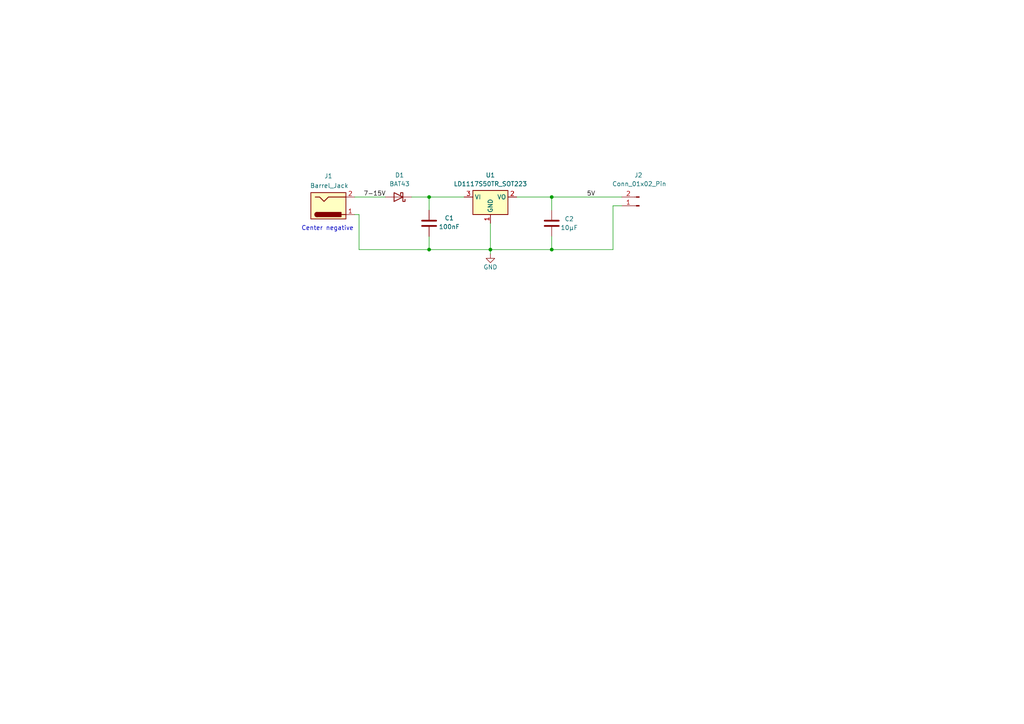
<source format=kicad_sch>
(kicad_sch (version 20231120) (generator "eeschema") (generator_version "8.0")
  (paper "A4")
  (lib_symbols
    (symbol "Connector:Barrel_Jack" (pin_names (offset 1.016))
      (property "Reference" "J" (at 0 5.334 0))
      (property "Value" "Barrel_Jack" (at 0 -5.08 0))
      (symbol "Barrel_Jack_0_1"
        (rectangle (start -5.08 3.81) (end 5.08 -3.81) (stroke (width 0.254)) (fill (type background)))
        (arc (start -3.302 3.175) (mid -3.9342 2.54) (end -3.302 1.905) (stroke (width 0.254)))
        (arc (start -3.302 3.175) (mid -3.9342 2.54) (end -3.302 1.905) (stroke (width 0.254)) (fill (type outline)))
        (polyline (pts (xy 5.08 2.54) (xy 3.81 2.54)) (stroke (width 0.254)))
        (polyline (pts (xy -3.81 -2.54) (xy -2.54 -2.54) (xy -1.27 -1.27) (xy 0 -2.54) (xy 2.54 -2.54) (xy 5.08 -2.54)) (stroke (width 0.254)))
        (rectangle (start 3.683 3.175) (end -3.302 1.905) (stroke (width 0.254)) (fill (type outline)))
      )
      (symbol "Barrel_Jack_1_1"
        (pin passive line (at 7.62 2.54 180) (length 2.54) (name "~") (number "1"))
        (pin passive line (at 7.62 -2.54 180) (length 2.54) (name "~") (number "2"))
      )
    )
    (symbol "Connector:Conn_01x02_Pin" (pin_names (offset 1.016) hide)
      (property "Reference" "J" (at 0 2.54 0))
      (property "Value" "Conn_01x02_Pin" (at 0 -5.08 0))
      (symbol "Conn_01x02_Pin_1_1"
        (polyline (pts (xy 1.27 -2.54) (xy 0.8636 -2.54)) (stroke (width 0.1524)))
        (polyline (pts (xy 1.27 0) (xy 0.8636 0)) (stroke (width 0.1524)))
        (rectangle (start 0.8636 -2.413) (end 0 -2.667) (stroke (width 0.1524)) (fill (type outline)))
        (rectangle (start 0.8636 0.127) (end 0 -0.127) (stroke (width 0.1524)) (fill (type outline)))
        (pin passive line (at 5.08 0 180) (length 3.81) (name "Pin_1") (number "1"))
        (pin passive line (at 5.08 -2.54 180) (length 3.81) (name "Pin_2") (number "2"))
      )
    )
    (symbol "Device:C" (pin_numbers hide) (pin_names (offset 0.254))
      (property "Reference" "C" (at 0.635 2.54 0))
      (property "Value" "C" (at 0.635 -2.54 0))
      (symbol "C_0_1"
        (polyline (pts (xy -2.032 -0.762) (xy 2.032 -0.762)) (stroke (width 0.508)))
        (polyline (pts (xy -2.032 0.762) (xy 2.032 0.762)) (stroke (width 0.508)))
      )
      (symbol "C_1_1"
        (pin passive line (at 0 3.81 270) (length 2.794) (name "~") (number "1"))
        (pin passive line (at 0 -3.81 90) (length 2.794) (name "~") (number "2"))
      )
    )
    (symbol "Diode:BAT43" (pin_numbers hide) (pin_names (offset 1.016) hide)
      (property "Reference" "D" (at 0 2.54 0))
      (property "Value" "BAT43" (at 0 -2.54 0))
      (symbol "BAT43_0_1"
        (polyline (pts (xy 1.27 0) (xy -1.27 0)))
        (polyline (pts (xy 1.27 1.27) (xy 1.27 -1.27) (xy -1.27 0) (xy 1.27 1.27)) (stroke (width 0.254)))
        (polyline (pts (xy -1.905 0.635) (xy -1.905 1.27) (xy -1.27 1.27) (xy -1.27 -1.27) (xy -0.635 -1.27) (xy -0.635 -0.635)) (stroke (width 0.254)))
      )
      (symbol "BAT43_1_1"
        (pin passive line (at -3.81 0 0) (length 2.54) (name "K") (number "1"))
        (pin passive line (at 3.81 0 180) (length 2.54) (name "A") (number "2"))
      )
    )
    (symbol "Regulator_Linear:LD1117S50TR_SOT223"
      (property "Reference" "U" (at -3.81 3.175 0))
      (property "Value" "LD1117S50TR_SOT223" (at 0 3.175 0))
      (symbol "LD1117S50TR_SOT223_0_1"
        (rectangle (start -5.08 -5.08) (end 5.08 1.905) (stroke (width 0.254)) (fill (type background)))
      )
      (symbol "LD1117S50TR_SOT223_1_1"
        (pin power_in line (at 0 -7.62 90) (length 2.54) (name "GND") (number "1"))
        (pin power_out line (at 7.62 0 180) (length 2.54) (name "VO") (number "2"))
        (pin power_in line (at -7.62 0 0) (length 2.54) (name "VI") (number "3"))
      )
    )
    (symbol "power:GND" (power) (pin_names (offset 0))
      (property "Value" "GND" (at 0 -3.81 0))
      (symbol "GND_0_1"
        (polyline (pts (xy 0 0) (xy 0 -1.27) (xy 1.27 -1.27) (xy 0 -2.54) (xy -1.27 -1.27) (xy 0 -1.27)))
      )
      (symbol "GND_1_1"
        (pin power_in line (at 0 0 270) (length 0) hide (name "GND") (number "1"))
      )
    )
  )
  (junction (at 142.24 72.39))
  (junction (at 160.02 72.39))
  (junction (at 160.02 57.15))
  (junction (at 124.46 57.15))
  (junction (at 124.46 72.39))
  (wire (pts (xy 160.02 68.58) (xy 160.02 72.39)))
  (wire (pts (xy 124.46 57.15) (xy 134.62 57.15)))
  (wire (pts (xy 149.86 57.15) (xy 160.02 57.15)))
  (wire (pts (xy 142.24 64.77) (xy 142.24 72.39)))
  (wire (pts (xy 124.46 57.15) (xy 124.46 60.96)))
  (wire (pts (xy 160.02 72.39) (xy 177.8 72.39)))
  (wire (pts (xy 104.14 72.39) (xy 124.46 72.39)))
  (wire (pts (xy 102.87 62.23) (xy 104.14 62.23)))
  (wire (pts (xy 160.02 57.15) (xy 160.02 60.96)))
  (wire (pts (xy 102.87 57.15) (xy 111.76 57.15)))
  (wire (pts (xy 104.14 62.23) (xy 104.14 72.39)))
  (wire (pts (xy 142.24 72.39) (xy 160.02 72.39)))
  (wire (pts (xy 124.46 68.58) (xy 124.46 72.39)))
  (wire (pts (xy 180.34 59.69) (xy 177.8 59.69)))
  (wire (pts (xy 177.8 59.69) (xy 177.8 72.39)))
  (wire (pts (xy 124.46 72.39) (xy 142.24 72.39)))
  (wire (pts (xy 160.02 57.15) (xy 180.34 57.15)))
  (wire (pts (xy 142.24 72.39) (xy 142.24 73.66)))
  (wire (pts (xy 119.38 57.15) (xy 124.46 57.15)))
  (text "Center negative" (at 94.996 66.294 0) (effects (font (size 1.27 1.27))))
  (label "7-15V" (at 105.41 57.15 0))
  (label "5V" (at 170.18 57.15 0))
  (symbol (lib_id "Connector:Conn_01x02_Pin") (at 185.42 59.69 180) (unit 1)
    (property "Reference" "J2" (at 185.166 50.8 0))
    (property "Value" "Conn_01x02_Pin" (at 185.42 53.34 0))
    (property "Footprint" "Connector_PinSocket_2.54mm:PinSocket_1x02_P2.54mm_Horizontal" (effects (hide yes)))
    (property "Description" "Generic connector, single row, 01x02, script generated" (effects (hide yes)))
  )
  (symbol (lib_id "Connector:Barrel_Jack") (at 95.25 59.69 0) (mirror x) (unit 1)
    (property "Reference" "J1" (at 95.25 51.054 0))
    (property "Value" "Barrel_Jack" (at 95.504 53.848 0))
    (property "Footprint" "Connector_BarrelJack:BarrelJack_GCT_DCJ200-10-A_Horizontal" (effects (hide yes)))
  )
  (symbol (lib_id "Device:C") (at 124.46 64.77 0) (unit 1)
    (property "Reference" "C1" (at 130.302 63.246 0))
    (property "Value" "100nF" (at 130.302 65.786 0))
    (property "Footprint" "Capacitor_THT:C_Disc_D5.0mm_W2.5mm_P2.50mm" (effects (hide yes)))
  )
  (symbol (lib_id "Regulator_Linear:LD1117S50TR_SOT223") (at 142.24 57.15 0) (unit 1)
    (property "Reference" "U1" (at 142.24 50.8 0))
    (property "Value" "LD1117S50TR_SOT223" (at 142.24 53.34 0))
    (property "Footprint" "Package_TO_SOT_SMD:SOT-223-3_TabPin2" (effects (hide yes)))
    (property "Datasheet" "http://www.st.com/st-web-ui/static/active/en/resource/technical/document/datasheet/CD00000544.pdf" (effects (hide yes)))
    (property "Description" "800mA Fixed Low Drop Positive Voltage Regulator, Fixed Output 5.0V, SOT-223" (effects (hide yes)))
  )
  (symbol (lib_id "Device:C") (at 160.02 64.77 0) (unit 1)
    (property "Reference" "C2" (at 165.1 63.5 0))
    (property "Value" "10μF" (at 165.1 66.04 0))
    (property "Footprint" "Capacitor_THT:C_Disc_D5.0mm_W2.5mm_P5.00mm" (effects (hide yes)))
  )
  (symbol (lib_id "Diode:BAT43") (at 115.57 57.15 180) (unit 1)
    (property "Reference" "D1" (at 115.8875 50.8 0))
    (property "Value" "BAT43" (at 115.8875 53.34 0))
    (property "Footprint" "Diode_THT:D_DO-35_SOD27_P7.62mm_Horizontal" (effects (hide yes)))
    (property "Datasheet" "http://www.vishay.com/docs/85660/bat42.pdf" (effects (hide yes)))
    (property "Description" "30V 0.2A Small Signal Schottky Diode, DO-35" (effects (hide yes)))
  )
  (symbol (lib_id "power:GND") (at 142.24 73.66 0) (unit 1)
    (property "Reference" "#PWR01" (effects (hide yes)))
    (property "Value" "GND" (at 142.24 77.47 0))
  )
)
</source>
